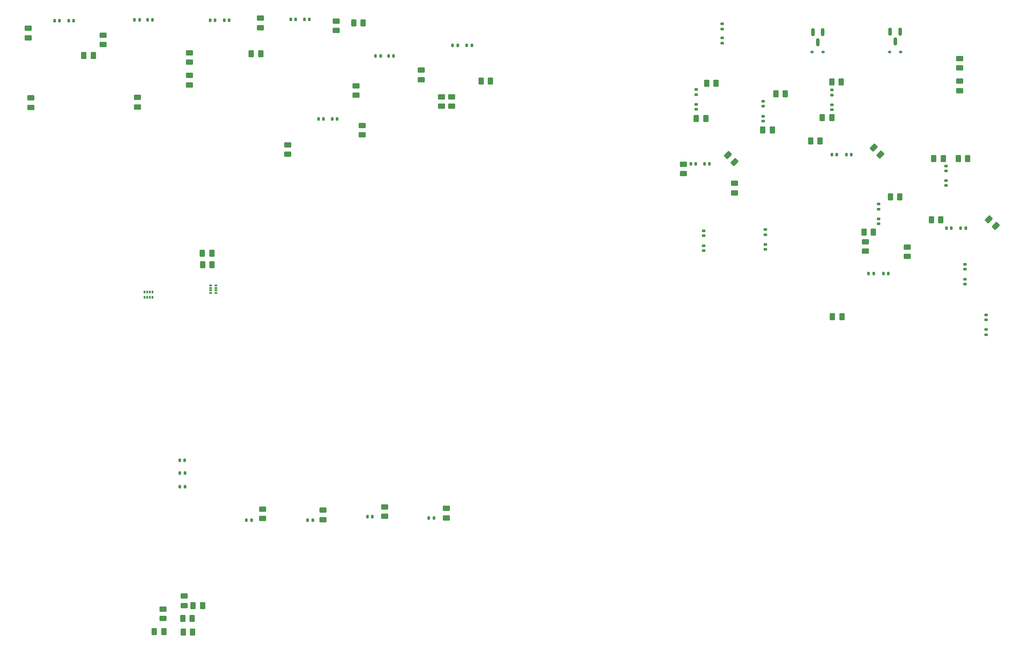
<source format=gbp>
%TF.GenerationSoftware,KiCad,Pcbnew,7.0.1*%
%TF.CreationDate,2023-06-27T00:24:21+02:00*%
%TF.ProjectId,Main board,4d61696e-2062-46f6-9172-642e6b696361,rev?*%
%TF.SameCoordinates,Original*%
%TF.FileFunction,Paste,Bot*%
%TF.FilePolarity,Positive*%
%FSLAX46Y46*%
G04 Gerber Fmt 4.6, Leading zero omitted, Abs format (unit mm)*
G04 Created by KiCad (PCBNEW 7.0.1) date 2023-06-27 00:24:21*
%MOMM*%
%LPD*%
G01*
G04 APERTURE LIST*
G04 Aperture macros list*
%AMRoundRect*
0 Rectangle with rounded corners*
0 $1 Rounding radius*
0 $2 $3 $4 $5 $6 $7 $8 $9 X,Y pos of 4 corners*
0 Add a 4 corners polygon primitive as box body*
4,1,4,$2,$3,$4,$5,$6,$7,$8,$9,$2,$3,0*
0 Add four circle primitives for the rounded corners*
1,1,$1+$1,$2,$3*
1,1,$1+$1,$4,$5*
1,1,$1+$1,$6,$7*
1,1,$1+$1,$8,$9*
0 Add four rect primitives between the rounded corners*
20,1,$1+$1,$2,$3,$4,$5,0*
20,1,$1+$1,$4,$5,$6,$7,0*
20,1,$1+$1,$6,$7,$8,$9,0*
20,1,$1+$1,$8,$9,$2,$3,0*%
G04 Aperture macros list end*
%ADD10RoundRect,0.140000X-0.140000X-0.170000X0.140000X-0.170000X0.140000X0.170000X-0.140000X0.170000X0*%
%ADD11RoundRect,0.250000X0.262500X0.450000X-0.262500X0.450000X-0.262500X-0.450000X0.262500X-0.450000X0*%
%ADD12RoundRect,0.250000X0.450000X-0.262500X0.450000X0.262500X-0.450000X0.262500X-0.450000X-0.262500X0*%
%ADD13RoundRect,0.140000X0.170000X-0.140000X0.170000X0.140000X-0.170000X0.140000X-0.170000X-0.140000X0*%
%ADD14RoundRect,0.150000X-0.150000X0.587500X-0.150000X-0.587500X0.150000X-0.587500X0.150000X0.587500X0*%
%ADD15RoundRect,0.250000X-0.503814X-0.132583X-0.132583X-0.503814X0.503814X0.132583X0.132583X0.503814X0*%
%ADD16R,0.400000X0.500000*%
%ADD17R,0.300000X0.500000*%
%ADD18RoundRect,0.140000X0.140000X0.170000X-0.140000X0.170000X-0.140000X-0.170000X0.140000X-0.170000X0*%
%ADD19RoundRect,0.250000X-0.262500X-0.450000X0.262500X-0.450000X0.262500X0.450000X-0.262500X0.450000X0*%
%ADD20RoundRect,0.250000X-0.450000X0.262500X-0.450000X-0.262500X0.450000X-0.262500X0.450000X0.262500X0*%
%ADD21RoundRect,0.140000X-0.170000X0.140000X-0.170000X-0.140000X0.170000X-0.140000X0.170000X0.140000X0*%
%ADD22RoundRect,0.112500X0.187500X0.112500X-0.187500X0.112500X-0.187500X-0.112500X0.187500X-0.112500X0*%
%ADD23R,0.500000X0.400000*%
%ADD24R,0.500000X0.300000*%
G04 APERTURE END LIST*
D10*
X80245000Y-149075000D03*
X81205000Y-149075000D03*
D11*
X82712500Y-182075000D03*
X80887500Y-182075000D03*
D10*
X215407500Y-113224888D03*
X216367500Y-113224888D03*
D11*
X226937500Y-91100000D03*
X225112500Y-91100000D03*
D10*
X227512500Y-104477501D03*
X228472500Y-104477501D03*
D12*
X72125000Y-81187500D03*
X72125000Y-79362500D03*
D13*
X179472500Y-78779888D03*
X179472500Y-77819888D03*
D14*
X201875000Y-66837500D03*
X203775000Y-66837500D03*
X202825000Y-68712500D03*
D15*
X185529765Y-90454765D03*
X186820235Y-91745235D03*
D16*
X74950000Y-117775000D03*
D17*
X74450000Y-117775000D03*
X73950000Y-117775000D03*
D16*
X73450000Y-117775000D03*
X73450000Y-116775000D03*
D17*
X73950000Y-116775000D03*
X74450000Y-116775000D03*
D16*
X74950000Y-116775000D03*
D10*
X208295000Y-90355000D03*
X209255000Y-90355000D03*
D18*
X136330000Y-69365000D03*
X135370000Y-69365000D03*
D19*
X113650000Y-65050000D03*
X115475000Y-65050000D03*
D12*
X220000000Y-109912500D03*
X220000000Y-108087500D03*
D18*
X89730000Y-64487500D03*
X88770000Y-64487500D03*
X105135000Y-64325000D03*
X104175000Y-64325000D03*
D20*
X119586250Y-158062500D03*
X119586250Y-159887500D03*
D18*
X133630000Y-69340000D03*
X132670000Y-69340000D03*
D20*
X81050000Y-175212500D03*
X81050000Y-177037500D03*
D21*
X192725000Y-107620000D03*
X192725000Y-108580000D03*
D19*
X75325000Y-182025000D03*
X77150000Y-182025000D03*
D13*
X205500000Y-78870000D03*
X205500000Y-77910000D03*
D20*
X126625000Y-74087500D03*
X126625000Y-75912500D03*
D11*
X194112500Y-85625000D03*
X192287500Y-85625000D03*
D19*
X211712500Y-105225000D03*
X213537500Y-105225000D03*
X61812500Y-71325000D03*
X63637500Y-71325000D03*
D11*
X226462500Y-102825000D03*
X224637500Y-102825000D03*
D20*
X51075000Y-66062500D03*
X51075000Y-67887500D03*
D12*
X130525000Y-81050000D03*
X130525000Y-79225000D03*
X132450000Y-81050000D03*
X132450000Y-79225000D03*
D10*
X178415000Y-92155000D03*
X179375000Y-92155000D03*
D20*
X115300000Y-84725000D03*
X115300000Y-86550000D03*
D18*
X105775685Y-160600112D03*
X104815685Y-160600112D03*
D11*
X207475000Y-121525000D03*
X205650000Y-121525000D03*
D12*
X95700000Y-65912500D03*
X95700000Y-64087500D03*
D19*
X194762500Y-78650000D03*
X196587500Y-78650000D03*
D18*
X118817500Y-71400000D03*
X117857500Y-71400000D03*
X72505000Y-64412500D03*
X71545000Y-64412500D03*
D19*
X216775000Y-98425000D03*
X218600000Y-98425000D03*
X201450000Y-87750000D03*
X203275000Y-87750000D03*
D12*
X230100000Y-78037500D03*
X230100000Y-76212500D03*
D13*
X184500000Y-68875000D03*
X184500000Y-67915000D03*
D20*
X82075000Y-70762500D03*
X82075000Y-72587500D03*
D13*
X205500000Y-81720000D03*
X205500000Y-80760000D03*
D18*
X59850000Y-64587500D03*
X58890000Y-64587500D03*
D21*
X192725000Y-104765000D03*
X192725000Y-105725000D03*
D15*
X235704765Y-102779765D03*
X236995235Y-104070235D03*
D19*
X205512500Y-76325000D03*
X207337500Y-76325000D03*
D22*
X218750000Y-70650000D03*
X216650000Y-70650000D03*
D20*
X107762500Y-158700000D03*
X107762500Y-160525000D03*
D12*
X65475000Y-69200000D03*
X65475000Y-67375000D03*
D18*
X102530000Y-64325000D03*
X101570000Y-64325000D03*
D10*
X80250000Y-154150000D03*
X81210000Y-154150000D03*
X212607500Y-113224888D03*
X213567500Y-113224888D03*
D23*
X87200000Y-115450000D03*
D24*
X87200000Y-115950000D03*
X87200000Y-116450000D03*
D23*
X87200000Y-116950000D03*
X86200000Y-116950000D03*
D24*
X86200000Y-116450000D03*
X86200000Y-115950000D03*
D23*
X86200000Y-115450000D03*
D13*
X192294887Y-81038604D03*
X192294887Y-80078604D03*
D11*
X86412500Y-109325000D03*
X84587500Y-109325000D03*
D18*
X75000000Y-64412500D03*
X74040000Y-64412500D03*
X87005000Y-64487500D03*
X86045000Y-64487500D03*
D12*
X51575000Y-81237500D03*
X51575000Y-79412500D03*
D18*
X93997500Y-160575112D03*
X93037500Y-160575112D03*
X57125000Y-64587500D03*
X56165000Y-64587500D03*
D21*
X180875000Y-107845000D03*
X180875000Y-108805000D03*
D20*
X101000000Y-88437500D03*
X101000000Y-90262500D03*
D19*
X229800000Y-91100000D03*
X231625000Y-91100000D03*
D10*
X205545000Y-90350000D03*
X206505000Y-90350000D03*
D21*
X235200000Y-123965000D03*
X235200000Y-124925000D03*
D12*
X110325000Y-66487500D03*
X110325000Y-64662500D03*
D18*
X121302500Y-71400000D03*
X120342500Y-71400000D03*
D14*
X216750000Y-66712500D03*
X218650000Y-66712500D03*
X217700000Y-68587500D03*
D18*
X129045000Y-160225000D03*
X128085000Y-160225000D03*
D11*
X181287500Y-83375000D03*
X179462500Y-83375000D03*
D15*
X213584530Y-89009530D03*
X214875000Y-90300000D03*
D13*
X184500000Y-66180000D03*
X184500000Y-65220000D03*
D21*
X180900000Y-104995000D03*
X180900000Y-105955000D03*
D13*
X214542613Y-103630112D03*
X214542613Y-102670112D03*
D12*
X177000000Y-94012500D03*
X177000000Y-92187500D03*
D20*
X76975000Y-177687500D03*
X76975000Y-179512500D03*
X212000000Y-107087500D03*
X212000000Y-108912500D03*
D22*
X203850000Y-70650000D03*
X201750000Y-70650000D03*
D19*
X203687500Y-83225000D03*
X205512500Y-83225000D03*
D11*
X183300000Y-76625000D03*
X181475000Y-76625000D03*
D10*
X230287500Y-104477501D03*
X231247500Y-104477501D03*
D18*
X107825000Y-83512500D03*
X106865000Y-83512500D03*
D13*
X192294887Y-83888604D03*
X192294887Y-82928604D03*
D21*
X231125000Y-111425000D03*
X231125000Y-112385000D03*
D12*
X186850000Y-97675000D03*
X186850000Y-95850000D03*
D13*
X214542613Y-100805112D03*
X214542613Y-99845112D03*
D12*
X82100000Y-76962500D03*
X82100000Y-75137500D03*
D11*
X86437500Y-111525000D03*
X84612500Y-111525000D03*
D19*
X138112500Y-76200000D03*
X139937500Y-76200000D03*
D18*
X110500000Y-83512500D03*
X109540000Y-83512500D03*
D11*
X95775000Y-70975000D03*
X93950000Y-70975000D03*
D13*
X227469887Y-93510113D03*
X227469887Y-92550113D03*
D20*
X114075000Y-77087500D03*
X114075000Y-78912500D03*
X96137500Y-158475000D03*
X96137500Y-160300000D03*
D10*
X181085000Y-92155000D03*
X182045000Y-92155000D03*
D11*
X84612500Y-177000000D03*
X82787500Y-177000000D03*
D18*
X117271250Y-159925000D03*
X116311250Y-159925000D03*
D20*
X230100000Y-71862500D03*
X230100000Y-73687500D03*
X131465000Y-158337500D03*
X131465000Y-160162500D03*
D13*
X179472500Y-81629888D03*
X179472500Y-80669888D03*
D21*
X235200000Y-121140000D03*
X235200000Y-122100000D03*
X231125000Y-114275000D03*
X231125000Y-115235000D03*
D11*
X82637500Y-179475000D03*
X80812500Y-179475000D03*
D10*
X80250000Y-151575000D03*
X81210000Y-151575000D03*
D13*
X227444887Y-96285113D03*
X227444887Y-95325113D03*
M02*

</source>
